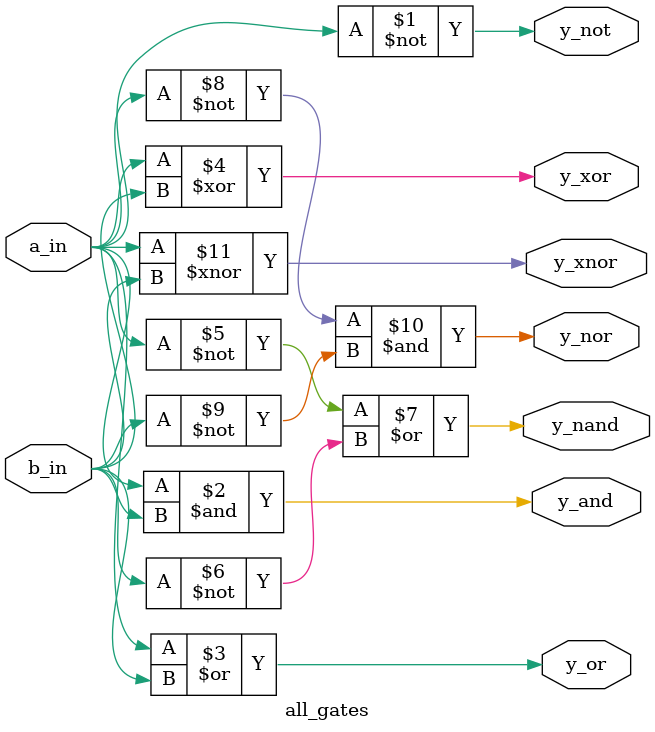
<source format=v>
`timescale 1ns / 1ps
module all_gates(
    input a_in,
    input b_in,
    output y_not,
    output y_and,
    output y_or,
    output y_xor,
    output y_nand,
    output y_nor,
    output y_xnor
    );
    assign y_not = ~a_in;
    assign y_and = a_in & b_in;
    assign y_or = a_in | b_in;
    assign y_xor = a_in ^ b_in;
    assign y_nand = ~a_in | ~b_in;
    assign y_nor = ~a_in & ~b_in;
    assign y_xnor = a_in ~^ b_in;
endmodule
</source>
